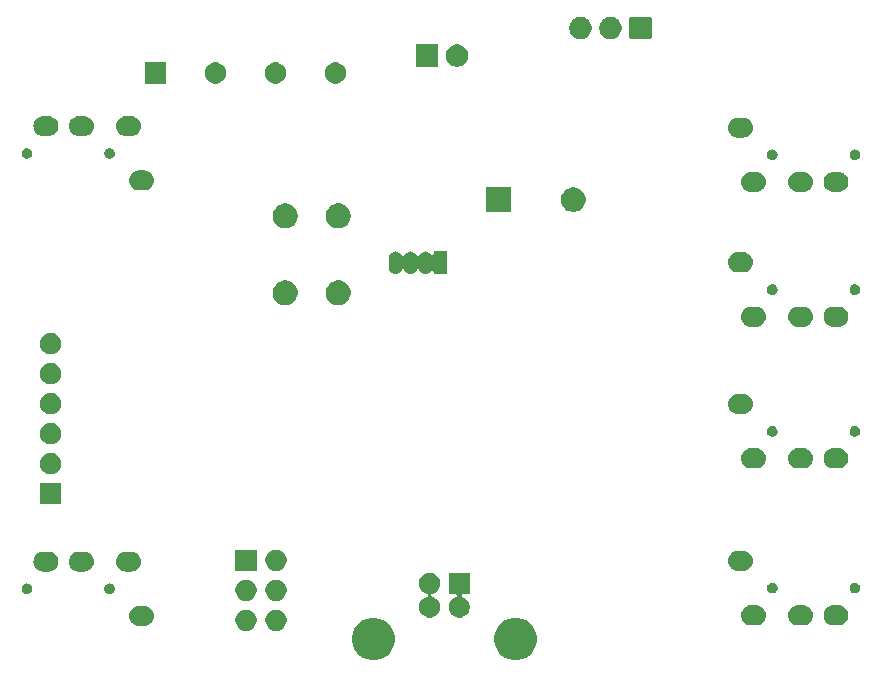
<source format=gts>
G04 #@! TF.GenerationSoftware,KiCad,Pcbnew,5.1.5-52549c5~86~ubuntu16.04.1*
G04 #@! TF.CreationDate,2020-04-28T17:17:38-04:00*
G04 #@! TF.ProjectId,atmega32u4_hub_pcb_2,61746d65-6761-4333-9275-345f6875625f,1.2*
G04 #@! TF.SameCoordinates,Original*
G04 #@! TF.FileFunction,Soldermask,Top*
G04 #@! TF.FilePolarity,Negative*
%FSLAX46Y46*%
G04 Gerber Fmt 4.6, Leading zero omitted, Abs format (unit mm)*
G04 Created by KiCad (PCBNEW 5.1.5-52549c5~86~ubuntu16.04.1) date 2020-04-28 17:17:38*
%MOMM*%
%LPD*%
G04 APERTURE LIST*
%ADD10C,0.100000*%
G04 APERTURE END LIST*
D10*
G36*
X139305331Y-123602811D02*
G01*
X139633092Y-123738574D01*
X139928070Y-123935672D01*
X140178928Y-124186530D01*
X140376026Y-124481508D01*
X140511789Y-124809269D01*
X140581000Y-125157216D01*
X140581000Y-125511984D01*
X140511789Y-125859931D01*
X140376026Y-126187692D01*
X140178928Y-126482670D01*
X139928070Y-126733528D01*
X139633092Y-126930626D01*
X139305331Y-127066389D01*
X138957384Y-127135600D01*
X138602616Y-127135600D01*
X138254669Y-127066389D01*
X137926908Y-126930626D01*
X137631930Y-126733528D01*
X137381072Y-126482670D01*
X137183974Y-126187692D01*
X137048211Y-125859931D01*
X136979000Y-125511984D01*
X136979000Y-125157216D01*
X137048211Y-124809269D01*
X137183974Y-124481508D01*
X137381072Y-124186530D01*
X137631930Y-123935672D01*
X137926908Y-123738574D01*
X138254669Y-123602811D01*
X138602616Y-123533600D01*
X138957384Y-123533600D01*
X139305331Y-123602811D01*
G37*
G36*
X151345331Y-123602811D02*
G01*
X151673092Y-123738574D01*
X151968070Y-123935672D01*
X152218928Y-124186530D01*
X152416026Y-124481508D01*
X152551789Y-124809269D01*
X152621000Y-125157216D01*
X152621000Y-125511984D01*
X152551789Y-125859931D01*
X152416026Y-126187692D01*
X152218928Y-126482670D01*
X151968070Y-126733528D01*
X151673092Y-126930626D01*
X151345331Y-127066389D01*
X150997384Y-127135600D01*
X150642616Y-127135600D01*
X150294669Y-127066389D01*
X149966908Y-126930626D01*
X149671930Y-126733528D01*
X149421072Y-126482670D01*
X149223974Y-126187692D01*
X149088211Y-125859931D01*
X149019000Y-125511984D01*
X149019000Y-125157216D01*
X149088211Y-124809269D01*
X149223974Y-124481508D01*
X149421072Y-124186530D01*
X149671930Y-123935672D01*
X149966908Y-123738574D01*
X150294669Y-123602811D01*
X150642616Y-123533600D01*
X150997384Y-123533600D01*
X151345331Y-123602811D01*
G37*
G36*
X130653512Y-122852727D02*
G01*
X130802812Y-122882424D01*
X130966784Y-122950344D01*
X131114354Y-123048947D01*
X131239853Y-123174446D01*
X131338456Y-123322016D01*
X131406376Y-123485988D01*
X131441000Y-123660059D01*
X131441000Y-123837541D01*
X131406376Y-124011612D01*
X131338456Y-124175584D01*
X131239853Y-124323154D01*
X131114354Y-124448653D01*
X130966784Y-124547256D01*
X130802812Y-124615176D01*
X130653512Y-124644873D01*
X130628742Y-124649800D01*
X130451258Y-124649800D01*
X130426488Y-124644873D01*
X130277188Y-124615176D01*
X130113216Y-124547256D01*
X129965646Y-124448653D01*
X129840147Y-124323154D01*
X129741544Y-124175584D01*
X129673624Y-124011612D01*
X129639000Y-123837541D01*
X129639000Y-123660059D01*
X129673624Y-123485988D01*
X129741544Y-123322016D01*
X129840147Y-123174446D01*
X129965646Y-123048947D01*
X130113216Y-122950344D01*
X130277188Y-122882424D01*
X130426488Y-122852727D01*
X130451258Y-122847800D01*
X130628742Y-122847800D01*
X130653512Y-122852727D01*
G37*
G36*
X128113512Y-122852727D02*
G01*
X128262812Y-122882424D01*
X128426784Y-122950344D01*
X128574354Y-123048947D01*
X128699853Y-123174446D01*
X128798456Y-123322016D01*
X128866376Y-123485988D01*
X128901000Y-123660059D01*
X128901000Y-123837541D01*
X128866376Y-124011612D01*
X128798456Y-124175584D01*
X128699853Y-124323154D01*
X128574354Y-124448653D01*
X128426784Y-124547256D01*
X128262812Y-124615176D01*
X128113512Y-124644873D01*
X128088742Y-124649800D01*
X127911258Y-124649800D01*
X127886488Y-124644873D01*
X127737188Y-124615176D01*
X127573216Y-124547256D01*
X127425646Y-124448653D01*
X127300147Y-124323154D01*
X127201544Y-124175584D01*
X127133624Y-124011612D01*
X127099000Y-123837541D01*
X127099000Y-123660059D01*
X127133624Y-123485988D01*
X127201544Y-123322016D01*
X127300147Y-123174446D01*
X127425646Y-123048947D01*
X127573216Y-122950344D01*
X127737188Y-122882424D01*
X127886488Y-122852727D01*
X127911258Y-122847800D01*
X128088742Y-122847800D01*
X128113512Y-122852727D01*
G37*
G36*
X119516823Y-122538413D02*
G01*
X119677242Y-122587076D01*
X119809906Y-122657986D01*
X119825078Y-122666096D01*
X119954659Y-122772441D01*
X120061004Y-122902022D01*
X120061005Y-122902024D01*
X120140024Y-123049858D01*
X120188687Y-123210277D01*
X120205117Y-123377100D01*
X120188687Y-123543923D01*
X120140024Y-123704342D01*
X120121726Y-123738575D01*
X120061004Y-123852178D01*
X119954659Y-123981759D01*
X119825078Y-124088104D01*
X119825076Y-124088105D01*
X119677242Y-124167124D01*
X119677239Y-124167125D01*
X119649360Y-124175582D01*
X119516823Y-124215787D01*
X119391804Y-124228100D01*
X118908196Y-124228100D01*
X118783177Y-124215787D01*
X118650640Y-124175582D01*
X118622761Y-124167125D01*
X118622758Y-124167124D01*
X118474924Y-124088105D01*
X118474922Y-124088104D01*
X118345341Y-123981759D01*
X118238996Y-123852178D01*
X118178274Y-123738575D01*
X118159976Y-123704342D01*
X118111313Y-123543923D01*
X118094883Y-123377100D01*
X118111313Y-123210277D01*
X118159976Y-123049858D01*
X118238995Y-122902024D01*
X118238996Y-122902022D01*
X118345341Y-122772441D01*
X118474922Y-122666096D01*
X118490094Y-122657986D01*
X118622758Y-122587076D01*
X118783177Y-122538413D01*
X118908196Y-122526100D01*
X119391804Y-122526100D01*
X119516823Y-122538413D01*
G37*
G36*
X178316823Y-122478313D02*
G01*
X178447380Y-122517917D01*
X178474355Y-122526100D01*
X178477242Y-122526976D01*
X178589679Y-122587075D01*
X178625078Y-122605996D01*
X178754659Y-122712341D01*
X178861004Y-122841922D01*
X178861005Y-122841924D01*
X178940024Y-122989758D01*
X178988687Y-123150177D01*
X179005117Y-123317000D01*
X178988687Y-123483823D01*
X178940024Y-123644242D01*
X178907901Y-123704339D01*
X178861004Y-123792078D01*
X178754659Y-123921659D01*
X178625078Y-124028004D01*
X178625076Y-124028005D01*
X178477242Y-124107024D01*
X178316823Y-124155687D01*
X178191804Y-124168000D01*
X177708196Y-124168000D01*
X177583177Y-124155687D01*
X177422758Y-124107024D01*
X177274924Y-124028005D01*
X177274922Y-124028004D01*
X177145341Y-123921659D01*
X177038996Y-123792078D01*
X176992099Y-123704339D01*
X176959976Y-123644242D01*
X176911313Y-123483823D01*
X176894883Y-123317000D01*
X176911313Y-123150177D01*
X176959976Y-122989758D01*
X177038995Y-122841924D01*
X177038996Y-122841922D01*
X177145341Y-122712341D01*
X177274922Y-122605996D01*
X177310321Y-122587075D01*
X177422758Y-122526976D01*
X177425646Y-122526100D01*
X177452620Y-122517917D01*
X177583177Y-122478313D01*
X177708196Y-122466000D01*
X178191804Y-122466000D01*
X178316823Y-122478313D01*
G37*
G36*
X175316823Y-122478313D02*
G01*
X175447380Y-122517917D01*
X175474355Y-122526100D01*
X175477242Y-122526976D01*
X175589679Y-122587075D01*
X175625078Y-122605996D01*
X175754659Y-122712341D01*
X175861004Y-122841922D01*
X175861005Y-122841924D01*
X175940024Y-122989758D01*
X175988687Y-123150177D01*
X176005117Y-123317000D01*
X175988687Y-123483823D01*
X175940024Y-123644242D01*
X175907901Y-123704339D01*
X175861004Y-123792078D01*
X175754659Y-123921659D01*
X175625078Y-124028004D01*
X175625076Y-124028005D01*
X175477242Y-124107024D01*
X175316823Y-124155687D01*
X175191804Y-124168000D01*
X174708196Y-124168000D01*
X174583177Y-124155687D01*
X174422758Y-124107024D01*
X174274924Y-124028005D01*
X174274922Y-124028004D01*
X174145341Y-123921659D01*
X174038996Y-123792078D01*
X173992099Y-123704339D01*
X173959976Y-123644242D01*
X173911313Y-123483823D01*
X173894883Y-123317000D01*
X173911313Y-123150177D01*
X173959976Y-122989758D01*
X174038995Y-122841924D01*
X174038996Y-122841922D01*
X174145341Y-122712341D01*
X174274922Y-122605996D01*
X174310321Y-122587075D01*
X174422758Y-122526976D01*
X174425646Y-122526100D01*
X174452620Y-122517917D01*
X174583177Y-122478313D01*
X174708196Y-122466000D01*
X175191804Y-122466000D01*
X175316823Y-122478313D01*
G37*
G36*
X171316823Y-122478313D02*
G01*
X171447380Y-122517917D01*
X171474355Y-122526100D01*
X171477242Y-122526976D01*
X171589679Y-122587075D01*
X171625078Y-122605996D01*
X171754659Y-122712341D01*
X171861004Y-122841922D01*
X171861005Y-122841924D01*
X171940024Y-122989758D01*
X171988687Y-123150177D01*
X172005117Y-123317000D01*
X171988687Y-123483823D01*
X171940024Y-123644242D01*
X171907901Y-123704339D01*
X171861004Y-123792078D01*
X171754659Y-123921659D01*
X171625078Y-124028004D01*
X171625076Y-124028005D01*
X171477242Y-124107024D01*
X171316823Y-124155687D01*
X171191804Y-124168000D01*
X170708196Y-124168000D01*
X170583177Y-124155687D01*
X170422758Y-124107024D01*
X170274924Y-124028005D01*
X170274922Y-124028004D01*
X170145341Y-123921659D01*
X170038996Y-123792078D01*
X169992099Y-123704339D01*
X169959976Y-123644242D01*
X169911313Y-123483823D01*
X169894883Y-123317000D01*
X169911313Y-123150177D01*
X169959976Y-122989758D01*
X170038995Y-122841924D01*
X170038996Y-122841922D01*
X170145341Y-122712341D01*
X170274922Y-122605996D01*
X170310321Y-122587075D01*
X170422758Y-122526976D01*
X170425646Y-122526100D01*
X170452620Y-122517917D01*
X170583177Y-122478313D01*
X170708196Y-122466000D01*
X171191804Y-122466000D01*
X171316823Y-122478313D01*
G37*
G36*
X146951000Y-121525600D02*
G01*
X146379617Y-121525600D01*
X146355231Y-121528002D01*
X146331782Y-121535115D01*
X146310171Y-121546666D01*
X146291229Y-121562211D01*
X146275684Y-121581153D01*
X146264133Y-121602764D01*
X146257020Y-121626213D01*
X146254618Y-121650599D01*
X146257020Y-121674985D01*
X146264133Y-121698434D01*
X146275684Y-121720045D01*
X146291229Y-121738987D01*
X146310171Y-121754532D01*
X146331771Y-121766077D01*
X146476784Y-121826144D01*
X146624354Y-121924747D01*
X146749853Y-122050246D01*
X146848456Y-122197816D01*
X146916376Y-122361788D01*
X146951000Y-122535859D01*
X146951000Y-122713341D01*
X146916376Y-122887412D01*
X146848456Y-123051384D01*
X146749853Y-123198954D01*
X146624354Y-123324453D01*
X146476784Y-123423056D01*
X146312812Y-123490976D01*
X146163512Y-123520673D01*
X146138742Y-123525600D01*
X145961258Y-123525600D01*
X145936488Y-123520673D01*
X145787188Y-123490976D01*
X145623216Y-123423056D01*
X145475646Y-123324453D01*
X145350147Y-123198954D01*
X145251544Y-123051384D01*
X145183624Y-122887412D01*
X145149000Y-122713341D01*
X145149000Y-122535859D01*
X145183624Y-122361788D01*
X145251544Y-122197816D01*
X145350147Y-122050246D01*
X145475646Y-121924747D01*
X145623216Y-121826144D01*
X145768229Y-121766077D01*
X145789829Y-121754532D01*
X145808771Y-121738987D01*
X145824316Y-121720045D01*
X145835867Y-121698434D01*
X145842980Y-121674985D01*
X145845382Y-121650599D01*
X145842980Y-121626213D01*
X145835867Y-121602764D01*
X145824316Y-121581153D01*
X145808771Y-121562211D01*
X145789829Y-121546666D01*
X145768218Y-121535115D01*
X145744769Y-121528002D01*
X145720383Y-121525600D01*
X145149000Y-121525600D01*
X145149000Y-119723600D01*
X146951000Y-119723600D01*
X146951000Y-121525600D01*
G37*
G36*
X143663512Y-119728527D02*
G01*
X143812812Y-119758224D01*
X143976784Y-119826144D01*
X144124354Y-119924747D01*
X144249853Y-120050246D01*
X144348456Y-120197816D01*
X144416376Y-120361788D01*
X144451000Y-120535859D01*
X144451000Y-120713341D01*
X144416376Y-120887412D01*
X144348456Y-121051384D01*
X144249853Y-121198954D01*
X144124354Y-121324453D01*
X143976784Y-121423056D01*
X143812812Y-121490976D01*
X143757362Y-121502005D01*
X143733922Y-121509116D01*
X143712311Y-121520667D01*
X143693369Y-121536213D01*
X143677824Y-121555155D01*
X143666273Y-121576765D01*
X143659160Y-121600214D01*
X143656758Y-121624600D01*
X143659160Y-121648987D01*
X143666273Y-121672435D01*
X143677824Y-121694046D01*
X143693370Y-121712988D01*
X143712312Y-121728533D01*
X143733922Y-121740084D01*
X143757362Y-121747195D01*
X143812812Y-121758224D01*
X143976784Y-121826144D01*
X144124354Y-121924747D01*
X144249853Y-122050246D01*
X144348456Y-122197816D01*
X144416376Y-122361788D01*
X144451000Y-122535859D01*
X144451000Y-122713341D01*
X144416376Y-122887412D01*
X144348456Y-123051384D01*
X144249853Y-123198954D01*
X144124354Y-123324453D01*
X143976784Y-123423056D01*
X143812812Y-123490976D01*
X143663512Y-123520673D01*
X143638742Y-123525600D01*
X143461258Y-123525600D01*
X143436488Y-123520673D01*
X143287188Y-123490976D01*
X143123216Y-123423056D01*
X142975646Y-123324453D01*
X142850147Y-123198954D01*
X142751544Y-123051384D01*
X142683624Y-122887412D01*
X142649000Y-122713341D01*
X142649000Y-122535859D01*
X142683624Y-122361788D01*
X142751544Y-122197816D01*
X142850147Y-122050246D01*
X142975646Y-121924747D01*
X143123216Y-121826144D01*
X143287188Y-121758224D01*
X143342638Y-121747195D01*
X143366078Y-121740084D01*
X143387689Y-121728533D01*
X143406631Y-121712987D01*
X143422176Y-121694045D01*
X143433727Y-121672435D01*
X143440840Y-121648986D01*
X143443242Y-121624600D01*
X143440840Y-121600213D01*
X143433727Y-121576765D01*
X143422176Y-121555154D01*
X143406630Y-121536212D01*
X143387688Y-121520667D01*
X143366078Y-121509116D01*
X143342638Y-121502005D01*
X143287188Y-121490976D01*
X143123216Y-121423056D01*
X142975646Y-121324453D01*
X142850147Y-121198954D01*
X142751544Y-121051384D01*
X142683624Y-120887412D01*
X142649000Y-120713341D01*
X142649000Y-120535859D01*
X142683624Y-120361788D01*
X142751544Y-120197816D01*
X142850147Y-120050246D01*
X142975646Y-119924747D01*
X143123216Y-119826144D01*
X143287188Y-119758224D01*
X143436488Y-119728527D01*
X143461258Y-119723600D01*
X143638742Y-119723600D01*
X143663512Y-119728527D01*
G37*
G36*
X128113512Y-120312727D02*
G01*
X128262812Y-120342424D01*
X128426784Y-120410344D01*
X128574354Y-120508947D01*
X128699853Y-120634446D01*
X128798456Y-120782016D01*
X128866376Y-120945988D01*
X128901000Y-121120059D01*
X128901000Y-121297541D01*
X128866376Y-121471612D01*
X128798456Y-121635584D01*
X128699853Y-121783154D01*
X128574354Y-121908653D01*
X128426784Y-122007256D01*
X128262812Y-122075176D01*
X128113512Y-122104873D01*
X128088742Y-122109800D01*
X127911258Y-122109800D01*
X127886488Y-122104873D01*
X127737188Y-122075176D01*
X127573216Y-122007256D01*
X127425646Y-121908653D01*
X127300147Y-121783154D01*
X127201544Y-121635584D01*
X127133624Y-121471612D01*
X127099000Y-121297541D01*
X127099000Y-121120059D01*
X127133624Y-120945988D01*
X127201544Y-120782016D01*
X127300147Y-120634446D01*
X127425646Y-120508947D01*
X127573216Y-120410344D01*
X127737188Y-120342424D01*
X127886488Y-120312727D01*
X127911258Y-120307800D01*
X128088742Y-120307800D01*
X128113512Y-120312727D01*
G37*
G36*
X130653512Y-120312727D02*
G01*
X130802812Y-120342424D01*
X130966784Y-120410344D01*
X131114354Y-120508947D01*
X131239853Y-120634446D01*
X131338456Y-120782016D01*
X131406376Y-120945988D01*
X131441000Y-121120059D01*
X131441000Y-121297541D01*
X131406376Y-121471612D01*
X131338456Y-121635584D01*
X131239853Y-121783154D01*
X131114354Y-121908653D01*
X130966784Y-122007256D01*
X130802812Y-122075176D01*
X130653512Y-122104873D01*
X130628742Y-122109800D01*
X130451258Y-122109800D01*
X130426488Y-122104873D01*
X130277188Y-122075176D01*
X130113216Y-122007256D01*
X129965646Y-121908653D01*
X129840147Y-121783154D01*
X129741544Y-121635584D01*
X129673624Y-121471612D01*
X129639000Y-121297541D01*
X129639000Y-121120059D01*
X129673624Y-120945988D01*
X129741544Y-120782016D01*
X129840147Y-120634446D01*
X129965646Y-120508947D01*
X130113216Y-120410344D01*
X130277188Y-120342424D01*
X130426488Y-120312727D01*
X130451258Y-120307800D01*
X130628742Y-120307800D01*
X130653512Y-120312727D01*
G37*
G36*
X109581552Y-120643431D02*
G01*
X109663627Y-120677428D01*
X109663629Y-120677429D01*
X109700813Y-120702275D01*
X109737495Y-120726785D01*
X109800315Y-120789605D01*
X109849672Y-120863473D01*
X109883669Y-120945548D01*
X109901000Y-121032679D01*
X109901000Y-121121521D01*
X109883669Y-121208652D01*
X109849672Y-121290727D01*
X109849671Y-121290729D01*
X109800314Y-121364596D01*
X109737496Y-121427414D01*
X109663629Y-121476771D01*
X109663628Y-121476772D01*
X109663627Y-121476772D01*
X109581552Y-121510769D01*
X109494421Y-121528100D01*
X109405579Y-121528100D01*
X109318448Y-121510769D01*
X109236373Y-121476772D01*
X109236372Y-121476772D01*
X109236371Y-121476771D01*
X109162504Y-121427414D01*
X109099686Y-121364596D01*
X109050329Y-121290729D01*
X109050328Y-121290727D01*
X109016331Y-121208652D01*
X108999000Y-121121521D01*
X108999000Y-121032679D01*
X109016331Y-120945548D01*
X109050328Y-120863473D01*
X109099685Y-120789605D01*
X109162505Y-120726785D01*
X109199187Y-120702275D01*
X109236371Y-120677429D01*
X109236373Y-120677428D01*
X109318448Y-120643431D01*
X109405579Y-120626100D01*
X109494421Y-120626100D01*
X109581552Y-120643431D01*
G37*
G36*
X116581552Y-120643431D02*
G01*
X116663627Y-120677428D01*
X116663629Y-120677429D01*
X116700813Y-120702275D01*
X116737495Y-120726785D01*
X116800315Y-120789605D01*
X116849672Y-120863473D01*
X116883669Y-120945548D01*
X116901000Y-121032679D01*
X116901000Y-121121521D01*
X116883669Y-121208652D01*
X116849672Y-121290727D01*
X116849671Y-121290729D01*
X116800314Y-121364596D01*
X116737496Y-121427414D01*
X116663629Y-121476771D01*
X116663628Y-121476772D01*
X116663627Y-121476772D01*
X116581552Y-121510769D01*
X116494421Y-121528100D01*
X116405579Y-121528100D01*
X116318448Y-121510769D01*
X116236373Y-121476772D01*
X116236372Y-121476772D01*
X116236371Y-121476771D01*
X116162504Y-121427414D01*
X116099686Y-121364596D01*
X116050329Y-121290729D01*
X116050328Y-121290727D01*
X116016331Y-121208652D01*
X115999000Y-121121521D01*
X115999000Y-121032679D01*
X116016331Y-120945548D01*
X116050328Y-120863473D01*
X116099685Y-120789605D01*
X116162505Y-120726785D01*
X116199187Y-120702275D01*
X116236371Y-120677429D01*
X116236373Y-120677428D01*
X116318448Y-120643431D01*
X116405579Y-120626100D01*
X116494421Y-120626100D01*
X116581552Y-120643431D01*
G37*
G36*
X172681552Y-120583331D02*
G01*
X172763627Y-120617328D01*
X172763629Y-120617329D01*
X172800813Y-120642175D01*
X172837495Y-120666685D01*
X172900315Y-120729505D01*
X172949672Y-120803373D01*
X172983669Y-120885448D01*
X173001000Y-120972579D01*
X173001000Y-121061421D01*
X172983669Y-121148552D01*
X172949672Y-121230627D01*
X172904962Y-121297541D01*
X172900314Y-121304496D01*
X172837496Y-121367314D01*
X172763629Y-121416671D01*
X172763628Y-121416672D01*
X172763627Y-121416672D01*
X172681552Y-121450669D01*
X172594421Y-121468000D01*
X172505579Y-121468000D01*
X172418448Y-121450669D01*
X172336373Y-121416672D01*
X172336372Y-121416672D01*
X172336371Y-121416671D01*
X172262504Y-121367314D01*
X172199686Y-121304496D01*
X172195039Y-121297541D01*
X172150328Y-121230627D01*
X172116331Y-121148552D01*
X172099000Y-121061421D01*
X172099000Y-120972579D01*
X172116331Y-120885448D01*
X172150328Y-120803373D01*
X172199685Y-120729505D01*
X172262505Y-120666685D01*
X172299187Y-120642175D01*
X172336371Y-120617329D01*
X172336373Y-120617328D01*
X172418448Y-120583331D01*
X172505579Y-120566000D01*
X172594421Y-120566000D01*
X172681552Y-120583331D01*
G37*
G36*
X179681552Y-120583331D02*
G01*
X179763627Y-120617328D01*
X179763629Y-120617329D01*
X179800813Y-120642175D01*
X179837495Y-120666685D01*
X179900315Y-120729505D01*
X179949672Y-120803373D01*
X179983669Y-120885448D01*
X180001000Y-120972579D01*
X180001000Y-121061421D01*
X179983669Y-121148552D01*
X179949672Y-121230627D01*
X179904962Y-121297541D01*
X179900314Y-121304496D01*
X179837496Y-121367314D01*
X179763629Y-121416671D01*
X179763628Y-121416672D01*
X179763627Y-121416672D01*
X179681552Y-121450669D01*
X179594421Y-121468000D01*
X179505579Y-121468000D01*
X179418448Y-121450669D01*
X179336373Y-121416672D01*
X179336372Y-121416672D01*
X179336371Y-121416671D01*
X179262504Y-121367314D01*
X179199686Y-121304496D01*
X179195039Y-121297541D01*
X179150328Y-121230627D01*
X179116331Y-121148552D01*
X179099000Y-121061421D01*
X179099000Y-120972579D01*
X179116331Y-120885448D01*
X179150328Y-120803373D01*
X179199685Y-120729505D01*
X179262505Y-120666685D01*
X179299187Y-120642175D01*
X179336371Y-120617329D01*
X179336373Y-120617328D01*
X179418448Y-120583331D01*
X179505579Y-120566000D01*
X179594421Y-120566000D01*
X179681552Y-120583331D01*
G37*
G36*
X118416823Y-117938413D02*
G01*
X118577242Y-117987076D01*
X118709906Y-118057986D01*
X118725078Y-118066096D01*
X118854659Y-118172441D01*
X118961004Y-118302022D01*
X118961005Y-118302024D01*
X119040024Y-118449858D01*
X119088687Y-118610277D01*
X119105117Y-118777100D01*
X119088687Y-118943923D01*
X119040024Y-119104342D01*
X118993129Y-119192076D01*
X118961004Y-119252178D01*
X118854659Y-119381759D01*
X118725078Y-119488104D01*
X118725076Y-119488105D01*
X118577242Y-119567124D01*
X118577239Y-119567125D01*
X118547380Y-119576183D01*
X118416823Y-119615787D01*
X118291804Y-119628100D01*
X117808196Y-119628100D01*
X117683177Y-119615787D01*
X117552620Y-119576183D01*
X117522761Y-119567125D01*
X117522758Y-119567124D01*
X117374924Y-119488105D01*
X117374922Y-119488104D01*
X117245341Y-119381759D01*
X117138996Y-119252178D01*
X117106871Y-119192076D01*
X117059976Y-119104342D01*
X117011313Y-118943923D01*
X116994883Y-118777100D01*
X117011313Y-118610277D01*
X117059976Y-118449858D01*
X117138995Y-118302024D01*
X117138996Y-118302022D01*
X117245341Y-118172441D01*
X117374922Y-118066096D01*
X117390094Y-118057986D01*
X117522758Y-117987076D01*
X117683177Y-117938413D01*
X117808196Y-117926100D01*
X118291804Y-117926100D01*
X118416823Y-117938413D01*
G37*
G36*
X114416823Y-117938413D02*
G01*
X114577242Y-117987076D01*
X114709906Y-118057986D01*
X114725078Y-118066096D01*
X114854659Y-118172441D01*
X114961004Y-118302022D01*
X114961005Y-118302024D01*
X115040024Y-118449858D01*
X115088687Y-118610277D01*
X115105117Y-118777100D01*
X115088687Y-118943923D01*
X115040024Y-119104342D01*
X114993129Y-119192076D01*
X114961004Y-119252178D01*
X114854659Y-119381759D01*
X114725078Y-119488104D01*
X114725076Y-119488105D01*
X114577242Y-119567124D01*
X114577239Y-119567125D01*
X114547380Y-119576183D01*
X114416823Y-119615787D01*
X114291804Y-119628100D01*
X113808196Y-119628100D01*
X113683177Y-119615787D01*
X113552620Y-119576183D01*
X113522761Y-119567125D01*
X113522758Y-119567124D01*
X113374924Y-119488105D01*
X113374922Y-119488104D01*
X113245341Y-119381759D01*
X113138996Y-119252178D01*
X113106871Y-119192076D01*
X113059976Y-119104342D01*
X113011313Y-118943923D01*
X112994883Y-118777100D01*
X113011313Y-118610277D01*
X113059976Y-118449858D01*
X113138995Y-118302024D01*
X113138996Y-118302022D01*
X113245341Y-118172441D01*
X113374922Y-118066096D01*
X113390094Y-118057986D01*
X113522758Y-117987076D01*
X113683177Y-117938413D01*
X113808196Y-117926100D01*
X114291804Y-117926100D01*
X114416823Y-117938413D01*
G37*
G36*
X111416823Y-117938413D02*
G01*
X111577242Y-117987076D01*
X111709906Y-118057986D01*
X111725078Y-118066096D01*
X111854659Y-118172441D01*
X111961004Y-118302022D01*
X111961005Y-118302024D01*
X112040024Y-118449858D01*
X112088687Y-118610277D01*
X112105117Y-118777100D01*
X112088687Y-118943923D01*
X112040024Y-119104342D01*
X111993129Y-119192076D01*
X111961004Y-119252178D01*
X111854659Y-119381759D01*
X111725078Y-119488104D01*
X111725076Y-119488105D01*
X111577242Y-119567124D01*
X111577239Y-119567125D01*
X111547380Y-119576183D01*
X111416823Y-119615787D01*
X111291804Y-119628100D01*
X110808196Y-119628100D01*
X110683177Y-119615787D01*
X110552620Y-119576183D01*
X110522761Y-119567125D01*
X110522758Y-119567124D01*
X110374924Y-119488105D01*
X110374922Y-119488104D01*
X110245341Y-119381759D01*
X110138996Y-119252178D01*
X110106871Y-119192076D01*
X110059976Y-119104342D01*
X110011313Y-118943923D01*
X109994883Y-118777100D01*
X110011313Y-118610277D01*
X110059976Y-118449858D01*
X110138995Y-118302024D01*
X110138996Y-118302022D01*
X110245341Y-118172441D01*
X110374922Y-118066096D01*
X110390094Y-118057986D01*
X110522758Y-117987076D01*
X110683177Y-117938413D01*
X110808196Y-117926100D01*
X111291804Y-117926100D01*
X111416823Y-117938413D01*
G37*
G36*
X130653512Y-117772727D02*
G01*
X130802812Y-117802424D01*
X130966784Y-117870344D01*
X131114354Y-117968947D01*
X131239853Y-118094446D01*
X131338456Y-118242016D01*
X131406376Y-118405988D01*
X131441000Y-118580059D01*
X131441000Y-118757541D01*
X131406376Y-118931612D01*
X131338456Y-119095584D01*
X131239853Y-119243154D01*
X131114354Y-119368653D01*
X130966784Y-119467256D01*
X130802812Y-119535176D01*
X130653512Y-119564873D01*
X130628742Y-119569800D01*
X130451258Y-119569800D01*
X130426488Y-119564873D01*
X130277188Y-119535176D01*
X130113216Y-119467256D01*
X129965646Y-119368653D01*
X129840147Y-119243154D01*
X129741544Y-119095584D01*
X129673624Y-118931612D01*
X129639000Y-118757541D01*
X129639000Y-118580059D01*
X129673624Y-118405988D01*
X129741544Y-118242016D01*
X129840147Y-118094446D01*
X129965646Y-117968947D01*
X130113216Y-117870344D01*
X130277188Y-117802424D01*
X130426488Y-117772727D01*
X130451258Y-117767800D01*
X130628742Y-117767800D01*
X130653512Y-117772727D01*
G37*
G36*
X128901000Y-119569800D02*
G01*
X127099000Y-119569800D01*
X127099000Y-117767800D01*
X128901000Y-117767800D01*
X128901000Y-119569800D01*
G37*
G36*
X170216823Y-117878313D02*
G01*
X170347380Y-117917917D01*
X170374355Y-117926100D01*
X170377242Y-117926976D01*
X170455764Y-117968947D01*
X170525078Y-118005996D01*
X170654659Y-118112341D01*
X170761004Y-118241922D01*
X170761005Y-118241924D01*
X170840024Y-118389758D01*
X170888687Y-118550177D01*
X170905117Y-118717000D01*
X170888687Y-118883823D01*
X170840024Y-119044242D01*
X170812582Y-119095582D01*
X170761004Y-119192078D01*
X170654659Y-119321659D01*
X170525078Y-119428004D01*
X170525076Y-119428005D01*
X170377242Y-119507024D01*
X170216823Y-119555687D01*
X170091804Y-119568000D01*
X169608196Y-119568000D01*
X169483177Y-119555687D01*
X169322758Y-119507024D01*
X169174924Y-119428005D01*
X169174922Y-119428004D01*
X169045341Y-119321659D01*
X168938996Y-119192078D01*
X168887418Y-119095582D01*
X168859976Y-119044242D01*
X168811313Y-118883823D01*
X168794883Y-118717000D01*
X168811313Y-118550177D01*
X168859976Y-118389758D01*
X168938995Y-118241924D01*
X168938996Y-118241922D01*
X169045341Y-118112341D01*
X169174922Y-118005996D01*
X169244236Y-117968947D01*
X169322758Y-117926976D01*
X169325646Y-117926100D01*
X169352620Y-117917917D01*
X169483177Y-117878313D01*
X169608196Y-117866000D01*
X170091804Y-117866000D01*
X170216823Y-117878313D01*
G37*
G36*
X112356200Y-113931000D02*
G01*
X110554200Y-113931000D01*
X110554200Y-112129000D01*
X112356200Y-112129000D01*
X112356200Y-113931000D01*
G37*
G36*
X111568712Y-109593927D02*
G01*
X111718012Y-109623624D01*
X111881984Y-109691544D01*
X112029554Y-109790147D01*
X112155053Y-109915646D01*
X112253656Y-110063216D01*
X112321576Y-110227188D01*
X112356200Y-110401259D01*
X112356200Y-110578741D01*
X112321576Y-110752812D01*
X112253656Y-110916784D01*
X112155053Y-111064354D01*
X112029554Y-111189853D01*
X111881984Y-111288456D01*
X111718012Y-111356376D01*
X111568712Y-111386073D01*
X111543942Y-111391000D01*
X111366458Y-111391000D01*
X111341688Y-111386073D01*
X111192388Y-111356376D01*
X111028416Y-111288456D01*
X110880846Y-111189853D01*
X110755347Y-111064354D01*
X110656744Y-110916784D01*
X110588824Y-110752812D01*
X110554200Y-110578741D01*
X110554200Y-110401259D01*
X110588824Y-110227188D01*
X110656744Y-110063216D01*
X110755347Y-109915646D01*
X110880846Y-109790147D01*
X111028416Y-109691544D01*
X111192388Y-109623624D01*
X111341688Y-109593927D01*
X111366458Y-109589000D01*
X111543942Y-109589000D01*
X111568712Y-109593927D01*
G37*
G36*
X171316823Y-109200113D02*
G01*
X171477242Y-109248776D01*
X171609906Y-109319686D01*
X171625078Y-109327796D01*
X171754659Y-109434141D01*
X171861004Y-109563722D01*
X171861005Y-109563724D01*
X171940024Y-109711558D01*
X171988687Y-109871977D01*
X172005117Y-110038800D01*
X171988687Y-110205623D01*
X171940024Y-110366042D01*
X171921200Y-110401259D01*
X171861004Y-110513878D01*
X171754659Y-110643459D01*
X171625078Y-110749804D01*
X171625076Y-110749805D01*
X171477242Y-110828824D01*
X171316823Y-110877487D01*
X171191804Y-110889800D01*
X170708196Y-110889800D01*
X170583177Y-110877487D01*
X170422758Y-110828824D01*
X170274924Y-110749805D01*
X170274922Y-110749804D01*
X170145341Y-110643459D01*
X170038996Y-110513878D01*
X169978800Y-110401259D01*
X169959976Y-110366042D01*
X169911313Y-110205623D01*
X169894883Y-110038800D01*
X169911313Y-109871977D01*
X169959976Y-109711558D01*
X170038995Y-109563724D01*
X170038996Y-109563722D01*
X170145341Y-109434141D01*
X170274922Y-109327796D01*
X170290094Y-109319686D01*
X170422758Y-109248776D01*
X170583177Y-109200113D01*
X170708196Y-109187800D01*
X171191804Y-109187800D01*
X171316823Y-109200113D01*
G37*
G36*
X178316823Y-109200113D02*
G01*
X178477242Y-109248776D01*
X178609906Y-109319686D01*
X178625078Y-109327796D01*
X178754659Y-109434141D01*
X178861004Y-109563722D01*
X178861005Y-109563724D01*
X178940024Y-109711558D01*
X178988687Y-109871977D01*
X179005117Y-110038800D01*
X178988687Y-110205623D01*
X178940024Y-110366042D01*
X178921200Y-110401259D01*
X178861004Y-110513878D01*
X178754659Y-110643459D01*
X178625078Y-110749804D01*
X178625076Y-110749805D01*
X178477242Y-110828824D01*
X178316823Y-110877487D01*
X178191804Y-110889800D01*
X177708196Y-110889800D01*
X177583177Y-110877487D01*
X177422758Y-110828824D01*
X177274924Y-110749805D01*
X177274922Y-110749804D01*
X177145341Y-110643459D01*
X177038996Y-110513878D01*
X176978800Y-110401259D01*
X176959976Y-110366042D01*
X176911313Y-110205623D01*
X176894883Y-110038800D01*
X176911313Y-109871977D01*
X176959976Y-109711558D01*
X177038995Y-109563724D01*
X177038996Y-109563722D01*
X177145341Y-109434141D01*
X177274922Y-109327796D01*
X177290094Y-109319686D01*
X177422758Y-109248776D01*
X177583177Y-109200113D01*
X177708196Y-109187800D01*
X178191804Y-109187800D01*
X178316823Y-109200113D01*
G37*
G36*
X175316823Y-109200113D02*
G01*
X175477242Y-109248776D01*
X175609906Y-109319686D01*
X175625078Y-109327796D01*
X175754659Y-109434141D01*
X175861004Y-109563722D01*
X175861005Y-109563724D01*
X175940024Y-109711558D01*
X175988687Y-109871977D01*
X176005117Y-110038800D01*
X175988687Y-110205623D01*
X175940024Y-110366042D01*
X175921200Y-110401259D01*
X175861004Y-110513878D01*
X175754659Y-110643459D01*
X175625078Y-110749804D01*
X175625076Y-110749805D01*
X175477242Y-110828824D01*
X175316823Y-110877487D01*
X175191804Y-110889800D01*
X174708196Y-110889800D01*
X174583177Y-110877487D01*
X174422758Y-110828824D01*
X174274924Y-110749805D01*
X174274922Y-110749804D01*
X174145341Y-110643459D01*
X174038996Y-110513878D01*
X173978800Y-110401259D01*
X173959976Y-110366042D01*
X173911313Y-110205623D01*
X173894883Y-110038800D01*
X173911313Y-109871977D01*
X173959976Y-109711558D01*
X174038995Y-109563724D01*
X174038996Y-109563722D01*
X174145341Y-109434141D01*
X174274922Y-109327796D01*
X174290094Y-109319686D01*
X174422758Y-109248776D01*
X174583177Y-109200113D01*
X174708196Y-109187800D01*
X175191804Y-109187800D01*
X175316823Y-109200113D01*
G37*
G36*
X111568712Y-107053927D02*
G01*
X111718012Y-107083624D01*
X111881984Y-107151544D01*
X112029554Y-107250147D01*
X112155053Y-107375646D01*
X112253656Y-107523216D01*
X112321576Y-107687188D01*
X112356200Y-107861259D01*
X112356200Y-108038741D01*
X112321576Y-108212812D01*
X112253656Y-108376784D01*
X112155053Y-108524354D01*
X112029554Y-108649853D01*
X111881984Y-108748456D01*
X111718012Y-108816376D01*
X111568712Y-108846073D01*
X111543942Y-108851000D01*
X111366458Y-108851000D01*
X111341688Y-108846073D01*
X111192388Y-108816376D01*
X111028416Y-108748456D01*
X110880846Y-108649853D01*
X110755347Y-108524354D01*
X110656744Y-108376784D01*
X110588824Y-108212812D01*
X110554200Y-108038741D01*
X110554200Y-107861259D01*
X110588824Y-107687188D01*
X110656744Y-107523216D01*
X110755347Y-107375646D01*
X110880846Y-107250147D01*
X111028416Y-107151544D01*
X111192388Y-107083624D01*
X111341688Y-107053927D01*
X111366458Y-107049000D01*
X111543942Y-107049000D01*
X111568712Y-107053927D01*
G37*
G36*
X179681552Y-107305131D02*
G01*
X179763627Y-107339128D01*
X179763629Y-107339129D01*
X179800813Y-107363975D01*
X179818282Y-107375647D01*
X179837496Y-107388486D01*
X179900314Y-107451304D01*
X179948365Y-107523216D01*
X179949672Y-107525173D01*
X179983669Y-107607248D01*
X180001000Y-107694379D01*
X180001000Y-107783221D01*
X179983669Y-107870352D01*
X179949672Y-107952427D01*
X179949671Y-107952429D01*
X179900314Y-108026296D01*
X179837496Y-108089114D01*
X179763629Y-108138471D01*
X179763628Y-108138472D01*
X179763627Y-108138472D01*
X179681552Y-108172469D01*
X179594421Y-108189800D01*
X179505579Y-108189800D01*
X179418448Y-108172469D01*
X179336373Y-108138472D01*
X179336372Y-108138472D01*
X179336371Y-108138471D01*
X179262504Y-108089114D01*
X179199686Y-108026296D01*
X179150329Y-107952429D01*
X179150328Y-107952427D01*
X179116331Y-107870352D01*
X179099000Y-107783221D01*
X179099000Y-107694379D01*
X179116331Y-107607248D01*
X179150328Y-107525173D01*
X179151636Y-107523216D01*
X179199686Y-107451304D01*
X179262504Y-107388486D01*
X179281719Y-107375647D01*
X179299187Y-107363975D01*
X179336371Y-107339129D01*
X179336373Y-107339128D01*
X179418448Y-107305131D01*
X179505579Y-107287800D01*
X179594421Y-107287800D01*
X179681552Y-107305131D01*
G37*
G36*
X172681552Y-107305131D02*
G01*
X172763627Y-107339128D01*
X172763629Y-107339129D01*
X172800813Y-107363975D01*
X172818282Y-107375647D01*
X172837496Y-107388486D01*
X172900314Y-107451304D01*
X172948365Y-107523216D01*
X172949672Y-107525173D01*
X172983669Y-107607248D01*
X173001000Y-107694379D01*
X173001000Y-107783221D01*
X172983669Y-107870352D01*
X172949672Y-107952427D01*
X172949671Y-107952429D01*
X172900314Y-108026296D01*
X172837496Y-108089114D01*
X172763629Y-108138471D01*
X172763628Y-108138472D01*
X172763627Y-108138472D01*
X172681552Y-108172469D01*
X172594421Y-108189800D01*
X172505579Y-108189800D01*
X172418448Y-108172469D01*
X172336373Y-108138472D01*
X172336372Y-108138472D01*
X172336371Y-108138471D01*
X172262504Y-108089114D01*
X172199686Y-108026296D01*
X172150329Y-107952429D01*
X172150328Y-107952427D01*
X172116331Y-107870352D01*
X172099000Y-107783221D01*
X172099000Y-107694379D01*
X172116331Y-107607248D01*
X172150328Y-107525173D01*
X172151636Y-107523216D01*
X172199686Y-107451304D01*
X172262504Y-107388486D01*
X172281719Y-107375647D01*
X172299187Y-107363975D01*
X172336371Y-107339129D01*
X172336373Y-107339128D01*
X172418448Y-107305131D01*
X172505579Y-107287800D01*
X172594421Y-107287800D01*
X172681552Y-107305131D01*
G37*
G36*
X111568712Y-104513927D02*
G01*
X111718012Y-104543624D01*
X111881984Y-104611544D01*
X112029554Y-104710147D01*
X112155053Y-104835646D01*
X112253656Y-104983216D01*
X112321576Y-105147188D01*
X112356200Y-105321259D01*
X112356200Y-105498741D01*
X112321576Y-105672812D01*
X112253656Y-105836784D01*
X112155053Y-105984354D01*
X112029554Y-106109853D01*
X111881984Y-106208456D01*
X111718012Y-106276376D01*
X111568712Y-106306073D01*
X111543942Y-106311000D01*
X111366458Y-106311000D01*
X111341688Y-106306073D01*
X111192388Y-106276376D01*
X111028416Y-106208456D01*
X110880846Y-106109853D01*
X110755347Y-105984354D01*
X110656744Y-105836784D01*
X110588824Y-105672812D01*
X110554200Y-105498741D01*
X110554200Y-105321259D01*
X110588824Y-105147188D01*
X110656744Y-104983216D01*
X110755347Y-104835646D01*
X110880846Y-104710147D01*
X111028416Y-104611544D01*
X111192388Y-104543624D01*
X111341688Y-104513927D01*
X111366458Y-104509000D01*
X111543942Y-104509000D01*
X111568712Y-104513927D01*
G37*
G36*
X170216823Y-104600113D02*
G01*
X170377242Y-104648776D01*
X170492059Y-104710147D01*
X170525078Y-104727796D01*
X170654659Y-104834141D01*
X170761004Y-104963722D01*
X170761005Y-104963724D01*
X170840024Y-105111558D01*
X170888687Y-105271977D01*
X170905117Y-105438800D01*
X170888687Y-105605623D01*
X170840024Y-105766042D01*
X170769114Y-105898706D01*
X170761004Y-105913878D01*
X170654659Y-106043459D01*
X170525078Y-106149804D01*
X170525076Y-106149805D01*
X170377242Y-106228824D01*
X170216823Y-106277487D01*
X170091804Y-106289800D01*
X169608196Y-106289800D01*
X169483177Y-106277487D01*
X169322758Y-106228824D01*
X169174924Y-106149805D01*
X169174922Y-106149804D01*
X169045341Y-106043459D01*
X168938996Y-105913878D01*
X168930886Y-105898706D01*
X168859976Y-105766042D01*
X168811313Y-105605623D01*
X168794883Y-105438800D01*
X168811313Y-105271977D01*
X168859976Y-105111558D01*
X168938995Y-104963724D01*
X168938996Y-104963722D01*
X169045341Y-104834141D01*
X169174922Y-104727796D01*
X169207941Y-104710147D01*
X169322758Y-104648776D01*
X169483177Y-104600113D01*
X169608196Y-104587800D01*
X170091804Y-104587800D01*
X170216823Y-104600113D01*
G37*
G36*
X111568712Y-101973927D02*
G01*
X111718012Y-102003624D01*
X111881984Y-102071544D01*
X112029554Y-102170147D01*
X112155053Y-102295646D01*
X112253656Y-102443216D01*
X112321576Y-102607188D01*
X112356200Y-102781259D01*
X112356200Y-102958741D01*
X112321576Y-103132812D01*
X112253656Y-103296784D01*
X112155053Y-103444354D01*
X112029554Y-103569853D01*
X111881984Y-103668456D01*
X111718012Y-103736376D01*
X111568712Y-103766073D01*
X111543942Y-103771000D01*
X111366458Y-103771000D01*
X111341688Y-103766073D01*
X111192388Y-103736376D01*
X111028416Y-103668456D01*
X110880846Y-103569853D01*
X110755347Y-103444354D01*
X110656744Y-103296784D01*
X110588824Y-103132812D01*
X110554200Y-102958741D01*
X110554200Y-102781259D01*
X110588824Y-102607188D01*
X110656744Y-102443216D01*
X110755347Y-102295646D01*
X110880846Y-102170147D01*
X111028416Y-102071544D01*
X111192388Y-102003624D01*
X111341688Y-101973927D01*
X111366458Y-101969000D01*
X111543942Y-101969000D01*
X111568712Y-101973927D01*
G37*
G36*
X111568712Y-99433927D02*
G01*
X111718012Y-99463624D01*
X111881984Y-99531544D01*
X112029554Y-99630147D01*
X112155053Y-99755646D01*
X112253656Y-99903216D01*
X112321576Y-100067188D01*
X112356200Y-100241259D01*
X112356200Y-100418741D01*
X112321576Y-100592812D01*
X112253656Y-100756784D01*
X112155053Y-100904354D01*
X112029554Y-101029853D01*
X111881984Y-101128456D01*
X111718012Y-101196376D01*
X111568712Y-101226073D01*
X111543942Y-101231000D01*
X111366458Y-101231000D01*
X111341688Y-101226073D01*
X111192388Y-101196376D01*
X111028416Y-101128456D01*
X110880846Y-101029853D01*
X110755347Y-100904354D01*
X110656744Y-100756784D01*
X110588824Y-100592812D01*
X110554200Y-100418741D01*
X110554200Y-100241259D01*
X110588824Y-100067188D01*
X110656744Y-99903216D01*
X110755347Y-99755646D01*
X110880846Y-99630147D01*
X111028416Y-99531544D01*
X111192388Y-99463624D01*
X111341688Y-99433927D01*
X111366458Y-99429000D01*
X111543942Y-99429000D01*
X111568712Y-99433927D01*
G37*
G36*
X178316823Y-97198613D02*
G01*
X178477242Y-97247276D01*
X178609906Y-97318186D01*
X178625078Y-97326296D01*
X178754659Y-97432641D01*
X178861004Y-97562222D01*
X178861005Y-97562224D01*
X178940024Y-97710058D01*
X178988687Y-97870477D01*
X179005117Y-98037300D01*
X178988687Y-98204123D01*
X178940024Y-98364542D01*
X178869114Y-98497206D01*
X178861004Y-98512378D01*
X178754659Y-98641959D01*
X178625078Y-98748304D01*
X178625076Y-98748305D01*
X178477242Y-98827324D01*
X178316823Y-98875987D01*
X178191804Y-98888300D01*
X177708196Y-98888300D01*
X177583177Y-98875987D01*
X177422758Y-98827324D01*
X177274924Y-98748305D01*
X177274922Y-98748304D01*
X177145341Y-98641959D01*
X177038996Y-98512378D01*
X177030886Y-98497206D01*
X176959976Y-98364542D01*
X176911313Y-98204123D01*
X176894883Y-98037300D01*
X176911313Y-97870477D01*
X176959976Y-97710058D01*
X177038995Y-97562224D01*
X177038996Y-97562222D01*
X177145341Y-97432641D01*
X177274922Y-97326296D01*
X177290094Y-97318186D01*
X177422758Y-97247276D01*
X177583177Y-97198613D01*
X177708196Y-97186300D01*
X178191804Y-97186300D01*
X178316823Y-97198613D01*
G37*
G36*
X171316823Y-97198613D02*
G01*
X171477242Y-97247276D01*
X171609906Y-97318186D01*
X171625078Y-97326296D01*
X171754659Y-97432641D01*
X171861004Y-97562222D01*
X171861005Y-97562224D01*
X171940024Y-97710058D01*
X171988687Y-97870477D01*
X172005117Y-98037300D01*
X171988687Y-98204123D01*
X171940024Y-98364542D01*
X171869114Y-98497206D01*
X171861004Y-98512378D01*
X171754659Y-98641959D01*
X171625078Y-98748304D01*
X171625076Y-98748305D01*
X171477242Y-98827324D01*
X171316823Y-98875987D01*
X171191804Y-98888300D01*
X170708196Y-98888300D01*
X170583177Y-98875987D01*
X170422758Y-98827324D01*
X170274924Y-98748305D01*
X170274922Y-98748304D01*
X170145341Y-98641959D01*
X170038996Y-98512378D01*
X170030886Y-98497206D01*
X169959976Y-98364542D01*
X169911313Y-98204123D01*
X169894883Y-98037300D01*
X169911313Y-97870477D01*
X169959976Y-97710058D01*
X170038995Y-97562224D01*
X170038996Y-97562222D01*
X170145341Y-97432641D01*
X170274922Y-97326296D01*
X170290094Y-97318186D01*
X170422758Y-97247276D01*
X170583177Y-97198613D01*
X170708196Y-97186300D01*
X171191804Y-97186300D01*
X171316823Y-97198613D01*
G37*
G36*
X175316823Y-97198613D02*
G01*
X175477242Y-97247276D01*
X175609906Y-97318186D01*
X175625078Y-97326296D01*
X175754659Y-97432641D01*
X175861004Y-97562222D01*
X175861005Y-97562224D01*
X175940024Y-97710058D01*
X175988687Y-97870477D01*
X176005117Y-98037300D01*
X175988687Y-98204123D01*
X175940024Y-98364542D01*
X175869114Y-98497206D01*
X175861004Y-98512378D01*
X175754659Y-98641959D01*
X175625078Y-98748304D01*
X175625076Y-98748305D01*
X175477242Y-98827324D01*
X175316823Y-98875987D01*
X175191804Y-98888300D01*
X174708196Y-98888300D01*
X174583177Y-98875987D01*
X174422758Y-98827324D01*
X174274924Y-98748305D01*
X174274922Y-98748304D01*
X174145341Y-98641959D01*
X174038996Y-98512378D01*
X174030886Y-98497206D01*
X173959976Y-98364542D01*
X173911313Y-98204123D01*
X173894883Y-98037300D01*
X173911313Y-97870477D01*
X173959976Y-97710058D01*
X174038995Y-97562224D01*
X174038996Y-97562222D01*
X174145341Y-97432641D01*
X174274922Y-97326296D01*
X174290094Y-97318186D01*
X174422758Y-97247276D01*
X174583177Y-97198613D01*
X174708196Y-97186300D01*
X175191804Y-97186300D01*
X175316823Y-97198613D01*
G37*
G36*
X131624564Y-95001389D02*
G01*
X131815833Y-95080615D01*
X131815835Y-95080616D01*
X131987973Y-95195635D01*
X132134365Y-95342027D01*
X132249385Y-95514167D01*
X132328611Y-95705436D01*
X132369000Y-95908484D01*
X132369000Y-96115516D01*
X132328611Y-96318564D01*
X132249385Y-96509833D01*
X132249384Y-96509835D01*
X132134365Y-96681973D01*
X131987973Y-96828365D01*
X131815835Y-96943384D01*
X131815834Y-96943385D01*
X131815833Y-96943385D01*
X131624564Y-97022611D01*
X131421516Y-97063000D01*
X131214484Y-97063000D01*
X131011436Y-97022611D01*
X130820167Y-96943385D01*
X130820166Y-96943385D01*
X130820165Y-96943384D01*
X130648027Y-96828365D01*
X130501635Y-96681973D01*
X130386616Y-96509835D01*
X130386615Y-96509833D01*
X130307389Y-96318564D01*
X130267000Y-96115516D01*
X130267000Y-95908484D01*
X130307389Y-95705436D01*
X130386615Y-95514167D01*
X130501635Y-95342027D01*
X130648027Y-95195635D01*
X130820165Y-95080616D01*
X130820167Y-95080615D01*
X131011436Y-95001389D01*
X131214484Y-94961000D01*
X131421516Y-94961000D01*
X131624564Y-95001389D01*
G37*
G36*
X136124564Y-95001389D02*
G01*
X136315833Y-95080615D01*
X136315835Y-95080616D01*
X136487973Y-95195635D01*
X136634365Y-95342027D01*
X136749385Y-95514167D01*
X136828611Y-95705436D01*
X136869000Y-95908484D01*
X136869000Y-96115516D01*
X136828611Y-96318564D01*
X136749385Y-96509833D01*
X136749384Y-96509835D01*
X136634365Y-96681973D01*
X136487973Y-96828365D01*
X136315835Y-96943384D01*
X136315834Y-96943385D01*
X136315833Y-96943385D01*
X136124564Y-97022611D01*
X135921516Y-97063000D01*
X135714484Y-97063000D01*
X135511436Y-97022611D01*
X135320167Y-96943385D01*
X135320166Y-96943385D01*
X135320165Y-96943384D01*
X135148027Y-96828365D01*
X135001635Y-96681973D01*
X134886616Y-96509835D01*
X134886615Y-96509833D01*
X134807389Y-96318564D01*
X134767000Y-96115516D01*
X134767000Y-95908484D01*
X134807389Y-95705436D01*
X134886615Y-95514167D01*
X135001635Y-95342027D01*
X135148027Y-95195635D01*
X135320165Y-95080616D01*
X135320167Y-95080615D01*
X135511436Y-95001389D01*
X135714484Y-94961000D01*
X135921516Y-94961000D01*
X136124564Y-95001389D01*
G37*
G36*
X179681552Y-95303631D02*
G01*
X179763627Y-95337628D01*
X179763629Y-95337629D01*
X179837496Y-95386986D01*
X179900314Y-95449804D01*
X179943321Y-95514167D01*
X179949672Y-95523673D01*
X179983669Y-95605748D01*
X180001000Y-95692879D01*
X180001000Y-95781721D01*
X179983669Y-95868852D01*
X179949672Y-95950927D01*
X179949671Y-95950929D01*
X179900314Y-96024796D01*
X179837496Y-96087614D01*
X179763629Y-96136971D01*
X179763628Y-96136972D01*
X179763627Y-96136972D01*
X179681552Y-96170969D01*
X179594421Y-96188300D01*
X179505579Y-96188300D01*
X179418448Y-96170969D01*
X179336373Y-96136972D01*
X179336372Y-96136972D01*
X179336371Y-96136971D01*
X179262504Y-96087614D01*
X179199686Y-96024796D01*
X179150329Y-95950929D01*
X179150328Y-95950927D01*
X179116331Y-95868852D01*
X179099000Y-95781721D01*
X179099000Y-95692879D01*
X179116331Y-95605748D01*
X179150328Y-95523673D01*
X179156680Y-95514167D01*
X179199686Y-95449804D01*
X179262504Y-95386986D01*
X179336371Y-95337629D01*
X179336373Y-95337628D01*
X179418448Y-95303631D01*
X179505579Y-95286300D01*
X179594421Y-95286300D01*
X179681552Y-95303631D01*
G37*
G36*
X172681552Y-95303631D02*
G01*
X172763627Y-95337628D01*
X172763629Y-95337629D01*
X172837496Y-95386986D01*
X172900314Y-95449804D01*
X172943321Y-95514167D01*
X172949672Y-95523673D01*
X172983669Y-95605748D01*
X173001000Y-95692879D01*
X173001000Y-95781721D01*
X172983669Y-95868852D01*
X172949672Y-95950927D01*
X172949671Y-95950929D01*
X172900314Y-96024796D01*
X172837496Y-96087614D01*
X172763629Y-96136971D01*
X172763628Y-96136972D01*
X172763627Y-96136972D01*
X172681552Y-96170969D01*
X172594421Y-96188300D01*
X172505579Y-96188300D01*
X172418448Y-96170969D01*
X172336373Y-96136972D01*
X172336372Y-96136972D01*
X172336371Y-96136971D01*
X172262504Y-96087614D01*
X172199686Y-96024796D01*
X172150329Y-95950929D01*
X172150328Y-95950927D01*
X172116331Y-95868852D01*
X172099000Y-95781721D01*
X172099000Y-95692879D01*
X172116331Y-95605748D01*
X172150328Y-95523673D01*
X172156680Y-95514167D01*
X172199686Y-95449804D01*
X172262504Y-95386986D01*
X172336371Y-95337629D01*
X172336373Y-95337628D01*
X172418448Y-95303631D01*
X172505579Y-95286300D01*
X172594421Y-95286300D01*
X172681552Y-95303631D01*
G37*
G36*
X143307376Y-92529479D02*
G01*
X143381017Y-92551818D01*
X143417838Y-92562987D01*
X143519640Y-92617402D01*
X143608870Y-92690630D01*
X143654875Y-92746689D01*
X143672202Y-92764016D01*
X143692576Y-92777630D01*
X143715215Y-92787007D01*
X143739248Y-92791788D01*
X143763752Y-92791788D01*
X143787785Y-92787008D01*
X143810424Y-92777631D01*
X143830799Y-92764017D01*
X143848126Y-92746690D01*
X143861740Y-92726316D01*
X143871117Y-92703677D01*
X143875898Y-92679644D01*
X143876500Y-92667391D01*
X143876500Y-92521000D01*
X145048500Y-92521000D01*
X145048500Y-94423000D01*
X143876500Y-94423000D01*
X143876500Y-94276609D01*
X143874098Y-94252223D01*
X143866985Y-94228774D01*
X143855434Y-94207163D01*
X143839889Y-94188221D01*
X143820947Y-94172676D01*
X143799336Y-94161125D01*
X143775887Y-94154012D01*
X143751501Y-94151610D01*
X143727115Y-94154012D01*
X143703666Y-94161125D01*
X143682055Y-94172676D01*
X143654876Y-94197310D01*
X143608870Y-94253369D01*
X143519639Y-94326598D01*
X143417837Y-94381013D01*
X143381016Y-94392182D01*
X143307375Y-94414521D01*
X143192500Y-94425835D01*
X143077624Y-94414521D01*
X143003983Y-94392182D01*
X142967162Y-94381013D01*
X142865363Y-94326599D01*
X142865361Y-94326598D01*
X142776131Y-94253369D01*
X142722666Y-94188221D01*
X142702902Y-94164139D01*
X142667739Y-94098354D01*
X142654125Y-94077980D01*
X142636798Y-94060653D01*
X142616424Y-94047039D01*
X142593785Y-94037662D01*
X142569751Y-94032882D01*
X142545247Y-94032882D01*
X142521214Y-94037663D01*
X142498575Y-94047040D01*
X142478201Y-94060654D01*
X142460874Y-94077981D01*
X142447261Y-94098355D01*
X142412101Y-94164135D01*
X142412099Y-94164138D01*
X142412098Y-94164139D01*
X142338869Y-94253369D01*
X142310551Y-94276609D01*
X142249639Y-94326598D01*
X142147837Y-94381013D01*
X142111016Y-94392182D01*
X142037375Y-94414521D01*
X141922500Y-94425835D01*
X141807624Y-94414521D01*
X141733983Y-94392182D01*
X141697162Y-94381013D01*
X141595363Y-94326599D01*
X141595361Y-94326598D01*
X141506131Y-94253369D01*
X141452666Y-94188221D01*
X141432902Y-94164139D01*
X141397739Y-94098354D01*
X141384125Y-94077980D01*
X141366798Y-94060653D01*
X141346424Y-94047039D01*
X141323785Y-94037662D01*
X141299751Y-94032882D01*
X141275247Y-94032882D01*
X141251214Y-94037663D01*
X141228575Y-94047040D01*
X141208201Y-94060654D01*
X141190874Y-94077981D01*
X141177261Y-94098355D01*
X141142101Y-94164135D01*
X141142099Y-94164138D01*
X141142098Y-94164139D01*
X141068869Y-94253369D01*
X141040551Y-94276609D01*
X140979639Y-94326598D01*
X140877837Y-94381013D01*
X140841016Y-94392182D01*
X140767375Y-94414521D01*
X140652500Y-94425835D01*
X140537624Y-94414521D01*
X140463983Y-94392182D01*
X140427162Y-94381013D01*
X140325363Y-94326599D01*
X140325361Y-94326598D01*
X140236131Y-94253369D01*
X140182666Y-94188221D01*
X140162902Y-94164139D01*
X140108487Y-94062337D01*
X140097318Y-94025516D01*
X140074979Y-93951875D01*
X140066500Y-93865784D01*
X140066500Y-93078215D01*
X140074979Y-92992124D01*
X140108488Y-92881663D01*
X140134691Y-92832641D01*
X140162903Y-92779860D01*
X140236131Y-92690630D01*
X140325361Y-92617402D01*
X140427163Y-92562987D01*
X140463984Y-92551818D01*
X140537625Y-92529479D01*
X140652500Y-92518165D01*
X140767376Y-92529479D01*
X140841017Y-92551818D01*
X140877838Y-92562987D01*
X140979640Y-92617402D01*
X141068870Y-92690630D01*
X141142098Y-92779860D01*
X141177262Y-92845646D01*
X141190876Y-92866021D01*
X141208203Y-92883347D01*
X141228578Y-92896961D01*
X141251217Y-92906338D01*
X141275250Y-92911118D01*
X141299754Y-92911118D01*
X141323788Y-92906337D01*
X141346426Y-92896960D01*
X141366801Y-92883346D01*
X141384127Y-92866019D01*
X141397740Y-92845645D01*
X141432902Y-92779862D01*
X141506131Y-92690630D01*
X141595361Y-92617402D01*
X141697163Y-92562987D01*
X141733984Y-92551818D01*
X141807625Y-92529479D01*
X141922500Y-92518165D01*
X142037376Y-92529479D01*
X142111017Y-92551818D01*
X142147838Y-92562987D01*
X142249640Y-92617402D01*
X142338870Y-92690630D01*
X142412098Y-92779860D01*
X142447262Y-92845646D01*
X142460876Y-92866021D01*
X142478203Y-92883347D01*
X142498578Y-92896961D01*
X142521217Y-92906338D01*
X142545250Y-92911118D01*
X142569754Y-92911118D01*
X142593788Y-92906337D01*
X142616426Y-92896960D01*
X142636801Y-92883346D01*
X142654127Y-92866019D01*
X142667740Y-92845645D01*
X142702902Y-92779862D01*
X142776131Y-92690630D01*
X142865361Y-92617402D01*
X142967163Y-92562987D01*
X143003984Y-92551818D01*
X143077625Y-92529479D01*
X143192500Y-92518165D01*
X143307376Y-92529479D01*
G37*
G36*
X170216823Y-92598613D02*
G01*
X170377242Y-92647276D01*
X170458353Y-92690631D01*
X170525078Y-92726296D01*
X170654659Y-92832641D01*
X170761004Y-92962222D01*
X170761005Y-92962224D01*
X170840024Y-93110058D01*
X170888687Y-93270477D01*
X170905117Y-93437300D01*
X170888687Y-93604123D01*
X170840024Y-93764542D01*
X170785909Y-93865784D01*
X170761004Y-93912378D01*
X170654659Y-94041959D01*
X170525078Y-94148304D01*
X170525076Y-94148305D01*
X170377242Y-94227324D01*
X170216823Y-94275987D01*
X170091804Y-94288300D01*
X169608196Y-94288300D01*
X169483177Y-94275987D01*
X169322758Y-94227324D01*
X169174924Y-94148305D01*
X169174922Y-94148304D01*
X169045341Y-94041959D01*
X168938996Y-93912378D01*
X168914091Y-93865784D01*
X168859976Y-93764542D01*
X168811313Y-93604123D01*
X168794883Y-93437300D01*
X168811313Y-93270477D01*
X168859976Y-93110058D01*
X168938995Y-92962224D01*
X168938996Y-92962222D01*
X169045341Y-92832641D01*
X169174922Y-92726296D01*
X169241647Y-92690631D01*
X169322758Y-92647276D01*
X169483177Y-92598613D01*
X169608196Y-92586300D01*
X170091804Y-92586300D01*
X170216823Y-92598613D01*
G37*
G36*
X131624564Y-88501389D02*
G01*
X131815833Y-88580615D01*
X131815835Y-88580616D01*
X131883507Y-88625833D01*
X131987973Y-88695635D01*
X132134365Y-88842027D01*
X132249385Y-89014167D01*
X132328611Y-89205436D01*
X132369000Y-89408484D01*
X132369000Y-89615516D01*
X132328611Y-89818564D01*
X132249385Y-90009833D01*
X132249384Y-90009835D01*
X132134365Y-90181973D01*
X131987973Y-90328365D01*
X131815835Y-90443384D01*
X131815834Y-90443385D01*
X131815833Y-90443385D01*
X131624564Y-90522611D01*
X131421516Y-90563000D01*
X131214484Y-90563000D01*
X131011436Y-90522611D01*
X130820167Y-90443385D01*
X130820166Y-90443385D01*
X130820165Y-90443384D01*
X130648027Y-90328365D01*
X130501635Y-90181973D01*
X130386616Y-90009835D01*
X130386615Y-90009833D01*
X130307389Y-89818564D01*
X130267000Y-89615516D01*
X130267000Y-89408484D01*
X130307389Y-89205436D01*
X130386615Y-89014167D01*
X130501635Y-88842027D01*
X130648027Y-88695635D01*
X130752493Y-88625833D01*
X130820165Y-88580616D01*
X130820167Y-88580615D01*
X131011436Y-88501389D01*
X131214484Y-88461000D01*
X131421516Y-88461000D01*
X131624564Y-88501389D01*
G37*
G36*
X136124564Y-88501389D02*
G01*
X136315833Y-88580615D01*
X136315835Y-88580616D01*
X136383507Y-88625833D01*
X136487973Y-88695635D01*
X136634365Y-88842027D01*
X136749385Y-89014167D01*
X136828611Y-89205436D01*
X136869000Y-89408484D01*
X136869000Y-89615516D01*
X136828611Y-89818564D01*
X136749385Y-90009833D01*
X136749384Y-90009835D01*
X136634365Y-90181973D01*
X136487973Y-90328365D01*
X136315835Y-90443384D01*
X136315834Y-90443385D01*
X136315833Y-90443385D01*
X136124564Y-90522611D01*
X135921516Y-90563000D01*
X135714484Y-90563000D01*
X135511436Y-90522611D01*
X135320167Y-90443385D01*
X135320166Y-90443385D01*
X135320165Y-90443384D01*
X135148027Y-90328365D01*
X135001635Y-90181973D01*
X134886616Y-90009835D01*
X134886615Y-90009833D01*
X134807389Y-89818564D01*
X134767000Y-89615516D01*
X134767000Y-89408484D01*
X134807389Y-89205436D01*
X134886615Y-89014167D01*
X135001635Y-88842027D01*
X135148027Y-88695635D01*
X135252493Y-88625833D01*
X135320165Y-88580616D01*
X135320167Y-88580615D01*
X135511436Y-88501389D01*
X135714484Y-88461000D01*
X135921516Y-88461000D01*
X136124564Y-88501389D01*
G37*
G36*
X150453800Y-89189000D02*
G01*
X148351800Y-89189000D01*
X148351800Y-87087000D01*
X150453800Y-87087000D01*
X150453800Y-89189000D01*
G37*
G36*
X156009364Y-87117389D02*
G01*
X156200633Y-87196615D01*
X156200635Y-87196616D01*
X156235639Y-87220005D01*
X156372773Y-87311635D01*
X156519165Y-87458027D01*
X156634185Y-87630167D01*
X156713411Y-87821436D01*
X156753800Y-88024484D01*
X156753800Y-88231516D01*
X156713411Y-88434564D01*
X156652915Y-88580615D01*
X156634184Y-88625835D01*
X156519165Y-88797973D01*
X156372773Y-88944365D01*
X156200635Y-89059384D01*
X156200634Y-89059385D01*
X156200633Y-89059385D01*
X156009364Y-89138611D01*
X155806316Y-89179000D01*
X155599284Y-89179000D01*
X155396236Y-89138611D01*
X155204967Y-89059385D01*
X155204966Y-89059385D01*
X155204965Y-89059384D01*
X155032827Y-88944365D01*
X154886435Y-88797973D01*
X154771416Y-88625835D01*
X154752685Y-88580615D01*
X154692189Y-88434564D01*
X154651800Y-88231516D01*
X154651800Y-88024484D01*
X154692189Y-87821436D01*
X154771415Y-87630167D01*
X154886435Y-87458027D01*
X155032827Y-87311635D01*
X155169961Y-87220005D01*
X155204965Y-87196616D01*
X155204967Y-87196615D01*
X155396236Y-87117389D01*
X155599284Y-87077000D01*
X155806316Y-87077000D01*
X156009364Y-87117389D01*
G37*
G36*
X171316823Y-85794013D02*
G01*
X171477242Y-85842676D01*
X171592609Y-85904341D01*
X171625078Y-85921696D01*
X171754659Y-86028041D01*
X171861004Y-86157622D01*
X171861005Y-86157624D01*
X171940024Y-86305458D01*
X171988687Y-86465877D01*
X172005117Y-86632700D01*
X171988687Y-86799523D01*
X171940024Y-86959942D01*
X171927124Y-86984076D01*
X171861004Y-87107778D01*
X171754659Y-87237359D01*
X171625078Y-87343704D01*
X171625076Y-87343705D01*
X171477242Y-87422724D01*
X171316823Y-87471387D01*
X171191804Y-87483700D01*
X170708196Y-87483700D01*
X170583177Y-87471387D01*
X170422758Y-87422724D01*
X170274924Y-87343705D01*
X170274922Y-87343704D01*
X170145341Y-87237359D01*
X170038996Y-87107778D01*
X169972876Y-86984076D01*
X169959976Y-86959942D01*
X169911313Y-86799523D01*
X169894883Y-86632700D01*
X169911313Y-86465877D01*
X169959976Y-86305458D01*
X170038995Y-86157624D01*
X170038996Y-86157622D01*
X170145341Y-86028041D01*
X170274922Y-85921696D01*
X170307391Y-85904341D01*
X170422758Y-85842676D01*
X170583177Y-85794013D01*
X170708196Y-85781700D01*
X171191804Y-85781700D01*
X171316823Y-85794013D01*
G37*
G36*
X178316823Y-85794013D02*
G01*
X178477242Y-85842676D01*
X178592609Y-85904341D01*
X178625078Y-85921696D01*
X178754659Y-86028041D01*
X178861004Y-86157622D01*
X178861005Y-86157624D01*
X178940024Y-86305458D01*
X178988687Y-86465877D01*
X179005117Y-86632700D01*
X178988687Y-86799523D01*
X178940024Y-86959942D01*
X178927124Y-86984076D01*
X178861004Y-87107778D01*
X178754659Y-87237359D01*
X178625078Y-87343704D01*
X178625076Y-87343705D01*
X178477242Y-87422724D01*
X178316823Y-87471387D01*
X178191804Y-87483700D01*
X177708196Y-87483700D01*
X177583177Y-87471387D01*
X177422758Y-87422724D01*
X177274924Y-87343705D01*
X177274922Y-87343704D01*
X177145341Y-87237359D01*
X177038996Y-87107778D01*
X176972876Y-86984076D01*
X176959976Y-86959942D01*
X176911313Y-86799523D01*
X176894883Y-86632700D01*
X176911313Y-86465877D01*
X176959976Y-86305458D01*
X177038995Y-86157624D01*
X177038996Y-86157622D01*
X177145341Y-86028041D01*
X177274922Y-85921696D01*
X177307391Y-85904341D01*
X177422758Y-85842676D01*
X177583177Y-85794013D01*
X177708196Y-85781700D01*
X178191804Y-85781700D01*
X178316823Y-85794013D01*
G37*
G36*
X175316823Y-85794013D02*
G01*
X175477242Y-85842676D01*
X175592609Y-85904341D01*
X175625078Y-85921696D01*
X175754659Y-86028041D01*
X175861004Y-86157622D01*
X175861005Y-86157624D01*
X175940024Y-86305458D01*
X175988687Y-86465877D01*
X176005117Y-86632700D01*
X175988687Y-86799523D01*
X175940024Y-86959942D01*
X175927124Y-86984076D01*
X175861004Y-87107778D01*
X175754659Y-87237359D01*
X175625078Y-87343704D01*
X175625076Y-87343705D01*
X175477242Y-87422724D01*
X175316823Y-87471387D01*
X175191804Y-87483700D01*
X174708196Y-87483700D01*
X174583177Y-87471387D01*
X174422758Y-87422724D01*
X174274924Y-87343705D01*
X174274922Y-87343704D01*
X174145341Y-87237359D01*
X174038996Y-87107778D01*
X173972876Y-86984076D01*
X173959976Y-86959942D01*
X173911313Y-86799523D01*
X173894883Y-86632700D01*
X173911313Y-86465877D01*
X173959976Y-86305458D01*
X174038995Y-86157624D01*
X174038996Y-86157622D01*
X174145341Y-86028041D01*
X174274922Y-85921696D01*
X174307391Y-85904341D01*
X174422758Y-85842676D01*
X174583177Y-85794013D01*
X174708196Y-85781700D01*
X175191804Y-85781700D01*
X175316823Y-85794013D01*
G37*
G36*
X119516823Y-85670313D02*
G01*
X119677242Y-85718976D01*
X119794590Y-85781700D01*
X119825078Y-85797996D01*
X119954659Y-85904341D01*
X120061004Y-86033922D01*
X120061005Y-86033924D01*
X120140024Y-86181758D01*
X120188687Y-86342177D01*
X120205117Y-86509000D01*
X120188687Y-86675823D01*
X120140024Y-86836242D01*
X120073905Y-86959942D01*
X120061004Y-86984078D01*
X119954659Y-87113659D01*
X119825078Y-87220004D01*
X119825076Y-87220005D01*
X119677242Y-87299024D01*
X119516823Y-87347687D01*
X119391804Y-87360000D01*
X118908196Y-87360000D01*
X118783177Y-87347687D01*
X118622758Y-87299024D01*
X118474924Y-87220005D01*
X118474922Y-87220004D01*
X118345341Y-87113659D01*
X118238996Y-86984078D01*
X118226095Y-86959942D01*
X118159976Y-86836242D01*
X118111313Y-86675823D01*
X118094883Y-86509000D01*
X118111313Y-86342177D01*
X118159976Y-86181758D01*
X118238995Y-86033924D01*
X118238996Y-86033922D01*
X118345341Y-85904341D01*
X118474922Y-85797996D01*
X118505410Y-85781700D01*
X118622758Y-85718976D01*
X118783177Y-85670313D01*
X118908196Y-85658000D01*
X119391804Y-85658000D01*
X119516823Y-85670313D01*
G37*
G36*
X179681552Y-83899031D02*
G01*
X179763627Y-83933028D01*
X179763629Y-83933029D01*
X179800813Y-83957875D01*
X179837495Y-83982385D01*
X179900315Y-84045205D01*
X179949672Y-84119073D01*
X179983669Y-84201148D01*
X180001000Y-84288279D01*
X180001000Y-84377121D01*
X179983669Y-84464252D01*
X179949672Y-84546327D01*
X179949671Y-84546329D01*
X179900314Y-84620196D01*
X179837496Y-84683014D01*
X179763629Y-84732371D01*
X179763628Y-84732372D01*
X179763627Y-84732372D01*
X179681552Y-84766369D01*
X179594421Y-84783700D01*
X179505579Y-84783700D01*
X179418448Y-84766369D01*
X179336373Y-84732372D01*
X179336372Y-84732372D01*
X179336371Y-84732371D01*
X179262504Y-84683014D01*
X179199686Y-84620196D01*
X179150329Y-84546329D01*
X179150328Y-84546327D01*
X179116331Y-84464252D01*
X179099000Y-84377121D01*
X179099000Y-84288279D01*
X179116331Y-84201148D01*
X179150328Y-84119073D01*
X179199685Y-84045205D01*
X179262505Y-83982385D01*
X179299187Y-83957875D01*
X179336371Y-83933029D01*
X179336373Y-83933028D01*
X179418448Y-83899031D01*
X179505579Y-83881700D01*
X179594421Y-83881700D01*
X179681552Y-83899031D01*
G37*
G36*
X172681552Y-83899031D02*
G01*
X172763627Y-83933028D01*
X172763629Y-83933029D01*
X172800813Y-83957875D01*
X172837495Y-83982385D01*
X172900315Y-84045205D01*
X172949672Y-84119073D01*
X172983669Y-84201148D01*
X173001000Y-84288279D01*
X173001000Y-84377121D01*
X172983669Y-84464252D01*
X172949672Y-84546327D01*
X172949671Y-84546329D01*
X172900314Y-84620196D01*
X172837496Y-84683014D01*
X172763629Y-84732371D01*
X172763628Y-84732372D01*
X172763627Y-84732372D01*
X172681552Y-84766369D01*
X172594421Y-84783700D01*
X172505579Y-84783700D01*
X172418448Y-84766369D01*
X172336373Y-84732372D01*
X172336372Y-84732372D01*
X172336371Y-84732371D01*
X172262504Y-84683014D01*
X172199686Y-84620196D01*
X172150329Y-84546329D01*
X172150328Y-84546327D01*
X172116331Y-84464252D01*
X172099000Y-84377121D01*
X172099000Y-84288279D01*
X172116331Y-84201148D01*
X172150328Y-84119073D01*
X172199685Y-84045205D01*
X172262505Y-83982385D01*
X172299187Y-83957875D01*
X172336371Y-83933029D01*
X172336373Y-83933028D01*
X172418448Y-83899031D01*
X172505579Y-83881700D01*
X172594421Y-83881700D01*
X172681552Y-83899031D01*
G37*
G36*
X109581552Y-83775331D02*
G01*
X109663627Y-83809328D01*
X109663629Y-83809329D01*
X109737496Y-83858686D01*
X109800314Y-83921504D01*
X109840995Y-83982386D01*
X109849672Y-83995373D01*
X109883669Y-84077448D01*
X109901000Y-84164579D01*
X109901000Y-84253421D01*
X109883669Y-84340552D01*
X109868521Y-84377121D01*
X109849671Y-84422629D01*
X109800314Y-84496496D01*
X109737496Y-84559314D01*
X109663629Y-84608671D01*
X109663628Y-84608672D01*
X109663627Y-84608672D01*
X109581552Y-84642669D01*
X109494421Y-84660000D01*
X109405579Y-84660000D01*
X109318448Y-84642669D01*
X109236373Y-84608672D01*
X109236372Y-84608672D01*
X109236371Y-84608671D01*
X109162504Y-84559314D01*
X109099686Y-84496496D01*
X109050329Y-84422629D01*
X109031479Y-84377121D01*
X109016331Y-84340552D01*
X108999000Y-84253421D01*
X108999000Y-84164579D01*
X109016331Y-84077448D01*
X109050328Y-83995373D01*
X109059006Y-83982386D01*
X109099686Y-83921504D01*
X109162504Y-83858686D01*
X109236371Y-83809329D01*
X109236373Y-83809328D01*
X109318448Y-83775331D01*
X109405579Y-83758000D01*
X109494421Y-83758000D01*
X109581552Y-83775331D01*
G37*
G36*
X116581552Y-83775331D02*
G01*
X116663627Y-83809328D01*
X116663629Y-83809329D01*
X116737496Y-83858686D01*
X116800314Y-83921504D01*
X116840995Y-83982386D01*
X116849672Y-83995373D01*
X116883669Y-84077448D01*
X116901000Y-84164579D01*
X116901000Y-84253421D01*
X116883669Y-84340552D01*
X116868521Y-84377121D01*
X116849671Y-84422629D01*
X116800314Y-84496496D01*
X116737496Y-84559314D01*
X116663629Y-84608671D01*
X116663628Y-84608672D01*
X116663627Y-84608672D01*
X116581552Y-84642669D01*
X116494421Y-84660000D01*
X116405579Y-84660000D01*
X116318448Y-84642669D01*
X116236373Y-84608672D01*
X116236372Y-84608672D01*
X116236371Y-84608671D01*
X116162504Y-84559314D01*
X116099686Y-84496496D01*
X116050329Y-84422629D01*
X116031479Y-84377121D01*
X116016331Y-84340552D01*
X115999000Y-84253421D01*
X115999000Y-84164579D01*
X116016331Y-84077448D01*
X116050328Y-83995373D01*
X116059006Y-83982386D01*
X116099686Y-83921504D01*
X116162504Y-83858686D01*
X116236371Y-83809329D01*
X116236373Y-83809328D01*
X116318448Y-83775331D01*
X116405579Y-83758000D01*
X116494421Y-83758000D01*
X116581552Y-83775331D01*
G37*
G36*
X170216823Y-81194013D02*
G01*
X170377242Y-81242676D01*
X170492609Y-81304341D01*
X170525078Y-81321696D01*
X170654659Y-81428041D01*
X170761004Y-81557622D01*
X170761005Y-81557624D01*
X170840024Y-81705458D01*
X170888687Y-81865877D01*
X170905117Y-82032700D01*
X170888687Y-82199523D01*
X170840024Y-82359942D01*
X170827124Y-82384076D01*
X170761004Y-82507778D01*
X170654659Y-82637359D01*
X170525078Y-82743704D01*
X170525076Y-82743705D01*
X170377242Y-82822724D01*
X170216823Y-82871387D01*
X170091804Y-82883700D01*
X169608196Y-82883700D01*
X169483177Y-82871387D01*
X169322758Y-82822724D01*
X169174924Y-82743705D01*
X169174922Y-82743704D01*
X169045341Y-82637359D01*
X168938996Y-82507778D01*
X168872876Y-82384076D01*
X168859976Y-82359942D01*
X168811313Y-82199523D01*
X168794883Y-82032700D01*
X168811313Y-81865877D01*
X168859976Y-81705458D01*
X168938995Y-81557624D01*
X168938996Y-81557622D01*
X169045341Y-81428041D01*
X169174922Y-81321696D01*
X169207391Y-81304341D01*
X169322758Y-81242676D01*
X169483177Y-81194013D01*
X169608196Y-81181700D01*
X170091804Y-81181700D01*
X170216823Y-81194013D01*
G37*
G36*
X118416823Y-81070313D02*
G01*
X118577242Y-81118976D01*
X118694590Y-81181700D01*
X118725078Y-81197996D01*
X118854659Y-81304341D01*
X118961004Y-81433922D01*
X118961005Y-81433924D01*
X119040024Y-81581758D01*
X119088687Y-81742177D01*
X119105117Y-81909000D01*
X119088687Y-82075823D01*
X119040024Y-82236242D01*
X118973905Y-82359942D01*
X118961004Y-82384078D01*
X118854659Y-82513659D01*
X118725078Y-82620004D01*
X118725076Y-82620005D01*
X118577242Y-82699024D01*
X118416823Y-82747687D01*
X118291804Y-82760000D01*
X117808196Y-82760000D01*
X117683177Y-82747687D01*
X117522758Y-82699024D01*
X117374924Y-82620005D01*
X117374922Y-82620004D01*
X117245341Y-82513659D01*
X117138996Y-82384078D01*
X117126095Y-82359942D01*
X117059976Y-82236242D01*
X117011313Y-82075823D01*
X116994883Y-81909000D01*
X117011313Y-81742177D01*
X117059976Y-81581758D01*
X117138995Y-81433924D01*
X117138996Y-81433922D01*
X117245341Y-81304341D01*
X117374922Y-81197996D01*
X117405410Y-81181700D01*
X117522758Y-81118976D01*
X117683177Y-81070313D01*
X117808196Y-81058000D01*
X118291804Y-81058000D01*
X118416823Y-81070313D01*
G37*
G36*
X111416823Y-81070313D02*
G01*
X111577242Y-81118976D01*
X111694590Y-81181700D01*
X111725078Y-81197996D01*
X111854659Y-81304341D01*
X111961004Y-81433922D01*
X111961005Y-81433924D01*
X112040024Y-81581758D01*
X112088687Y-81742177D01*
X112105117Y-81909000D01*
X112088687Y-82075823D01*
X112040024Y-82236242D01*
X111973905Y-82359942D01*
X111961004Y-82384078D01*
X111854659Y-82513659D01*
X111725078Y-82620004D01*
X111725076Y-82620005D01*
X111577242Y-82699024D01*
X111416823Y-82747687D01*
X111291804Y-82760000D01*
X110808196Y-82760000D01*
X110683177Y-82747687D01*
X110522758Y-82699024D01*
X110374924Y-82620005D01*
X110374922Y-82620004D01*
X110245341Y-82513659D01*
X110138996Y-82384078D01*
X110126095Y-82359942D01*
X110059976Y-82236242D01*
X110011313Y-82075823D01*
X109994883Y-81909000D01*
X110011313Y-81742177D01*
X110059976Y-81581758D01*
X110138995Y-81433924D01*
X110138996Y-81433922D01*
X110245341Y-81304341D01*
X110374922Y-81197996D01*
X110405410Y-81181700D01*
X110522758Y-81118976D01*
X110683177Y-81070313D01*
X110808196Y-81058000D01*
X111291804Y-81058000D01*
X111416823Y-81070313D01*
G37*
G36*
X114416823Y-81070313D02*
G01*
X114577242Y-81118976D01*
X114694590Y-81181700D01*
X114725078Y-81197996D01*
X114854659Y-81304341D01*
X114961004Y-81433922D01*
X114961005Y-81433924D01*
X115040024Y-81581758D01*
X115088687Y-81742177D01*
X115105117Y-81909000D01*
X115088687Y-82075823D01*
X115040024Y-82236242D01*
X114973905Y-82359942D01*
X114961004Y-82384078D01*
X114854659Y-82513659D01*
X114725078Y-82620004D01*
X114725076Y-82620005D01*
X114577242Y-82699024D01*
X114416823Y-82747687D01*
X114291804Y-82760000D01*
X113808196Y-82760000D01*
X113683177Y-82747687D01*
X113522758Y-82699024D01*
X113374924Y-82620005D01*
X113374922Y-82620004D01*
X113245341Y-82513659D01*
X113138996Y-82384078D01*
X113126095Y-82359942D01*
X113059976Y-82236242D01*
X113011313Y-82075823D01*
X112994883Y-81909000D01*
X113011313Y-81742177D01*
X113059976Y-81581758D01*
X113138995Y-81433924D01*
X113138996Y-81433922D01*
X113245341Y-81304341D01*
X113374922Y-81197996D01*
X113405410Y-81181700D01*
X113522758Y-81118976D01*
X113683177Y-81070313D01*
X113808196Y-81058000D01*
X114291804Y-81058000D01*
X114416823Y-81070313D01*
G37*
G36*
X135686012Y-76510427D02*
G01*
X135835312Y-76540124D01*
X135999284Y-76608044D01*
X136146854Y-76706647D01*
X136272353Y-76832146D01*
X136370956Y-76979716D01*
X136438876Y-77143688D01*
X136473500Y-77317759D01*
X136473500Y-77495241D01*
X136438876Y-77669312D01*
X136370956Y-77833284D01*
X136272353Y-77980854D01*
X136146854Y-78106353D01*
X135999284Y-78204956D01*
X135835312Y-78272876D01*
X135686012Y-78302573D01*
X135661242Y-78307500D01*
X135483758Y-78307500D01*
X135458988Y-78302573D01*
X135309688Y-78272876D01*
X135145716Y-78204956D01*
X134998146Y-78106353D01*
X134872647Y-77980854D01*
X134774044Y-77833284D01*
X134706124Y-77669312D01*
X134671500Y-77495241D01*
X134671500Y-77317759D01*
X134706124Y-77143688D01*
X134774044Y-76979716D01*
X134872647Y-76832146D01*
X134998146Y-76706647D01*
X135145716Y-76608044D01*
X135309688Y-76540124D01*
X135458988Y-76510427D01*
X135483758Y-76505500D01*
X135661242Y-76505500D01*
X135686012Y-76510427D01*
G37*
G36*
X121223500Y-78307500D02*
G01*
X119421500Y-78307500D01*
X119421500Y-76505500D01*
X121223500Y-76505500D01*
X121223500Y-78307500D01*
G37*
G36*
X125526012Y-76510427D02*
G01*
X125675312Y-76540124D01*
X125839284Y-76608044D01*
X125986854Y-76706647D01*
X126112353Y-76832146D01*
X126210956Y-76979716D01*
X126278876Y-77143688D01*
X126313500Y-77317759D01*
X126313500Y-77495241D01*
X126278876Y-77669312D01*
X126210956Y-77833284D01*
X126112353Y-77980854D01*
X125986854Y-78106353D01*
X125839284Y-78204956D01*
X125675312Y-78272876D01*
X125526012Y-78302573D01*
X125501242Y-78307500D01*
X125323758Y-78307500D01*
X125298988Y-78302573D01*
X125149688Y-78272876D01*
X124985716Y-78204956D01*
X124838146Y-78106353D01*
X124712647Y-77980854D01*
X124614044Y-77833284D01*
X124546124Y-77669312D01*
X124511500Y-77495241D01*
X124511500Y-77317759D01*
X124546124Y-77143688D01*
X124614044Y-76979716D01*
X124712647Y-76832146D01*
X124838146Y-76706647D01*
X124985716Y-76608044D01*
X125149688Y-76540124D01*
X125298988Y-76510427D01*
X125323758Y-76505500D01*
X125501242Y-76505500D01*
X125526012Y-76510427D01*
G37*
G36*
X130606012Y-76510427D02*
G01*
X130755312Y-76540124D01*
X130919284Y-76608044D01*
X131066854Y-76706647D01*
X131192353Y-76832146D01*
X131290956Y-76979716D01*
X131358876Y-77143688D01*
X131393500Y-77317759D01*
X131393500Y-77495241D01*
X131358876Y-77669312D01*
X131290956Y-77833284D01*
X131192353Y-77980854D01*
X131066854Y-78106353D01*
X130919284Y-78204956D01*
X130755312Y-78272876D01*
X130606012Y-78302573D01*
X130581242Y-78307500D01*
X130403758Y-78307500D01*
X130378988Y-78302573D01*
X130229688Y-78272876D01*
X130065716Y-78204956D01*
X129918146Y-78106353D01*
X129792647Y-77980854D01*
X129694044Y-77833284D01*
X129626124Y-77669312D01*
X129591500Y-77495241D01*
X129591500Y-77317759D01*
X129626124Y-77143688D01*
X129694044Y-76979716D01*
X129792647Y-76832146D01*
X129918146Y-76706647D01*
X130065716Y-76608044D01*
X130229688Y-76540124D01*
X130378988Y-76510427D01*
X130403758Y-76505500D01*
X130581242Y-76505500D01*
X130606012Y-76510427D01*
G37*
G36*
X144270500Y-76897000D02*
G01*
X142368500Y-76897000D01*
X142368500Y-74995000D01*
X144270500Y-74995000D01*
X144270500Y-76897000D01*
G37*
G36*
X146136895Y-75031546D02*
G01*
X146309966Y-75103234D01*
X146309967Y-75103235D01*
X146465727Y-75207310D01*
X146598190Y-75339773D01*
X146598191Y-75339775D01*
X146702266Y-75495534D01*
X146773954Y-75668605D01*
X146810500Y-75852333D01*
X146810500Y-76039667D01*
X146773954Y-76223395D01*
X146702266Y-76396466D01*
X146702265Y-76396467D01*
X146598190Y-76552227D01*
X146465727Y-76684690D01*
X146432866Y-76706647D01*
X146309966Y-76788766D01*
X146136895Y-76860454D01*
X145953167Y-76897000D01*
X145765833Y-76897000D01*
X145582105Y-76860454D01*
X145409034Y-76788766D01*
X145286134Y-76706647D01*
X145253273Y-76684690D01*
X145120810Y-76552227D01*
X145016735Y-76396467D01*
X145016734Y-76396466D01*
X144945046Y-76223395D01*
X144908500Y-76039667D01*
X144908500Y-75852333D01*
X144945046Y-75668605D01*
X145016734Y-75495534D01*
X145120809Y-75339775D01*
X145120810Y-75339773D01*
X145253273Y-75207310D01*
X145409033Y-75103235D01*
X145409034Y-75103234D01*
X145582105Y-75031546D01*
X145765833Y-74995000D01*
X145953167Y-74995000D01*
X146136895Y-75031546D01*
G37*
G36*
X159128995Y-72682046D02*
G01*
X159302066Y-72753734D01*
X159379418Y-72805419D01*
X159457827Y-72857810D01*
X159590290Y-72990273D01*
X159590291Y-72990275D01*
X159694366Y-73146034D01*
X159766054Y-73319105D01*
X159802600Y-73502833D01*
X159802600Y-73690167D01*
X159766054Y-73873895D01*
X159694366Y-74046966D01*
X159694365Y-74046967D01*
X159590290Y-74202727D01*
X159457827Y-74335190D01*
X159456269Y-74336231D01*
X159302066Y-74439266D01*
X159128995Y-74510954D01*
X158945267Y-74547500D01*
X158757933Y-74547500D01*
X158574205Y-74510954D01*
X158401134Y-74439266D01*
X158246931Y-74336231D01*
X158245373Y-74335190D01*
X158112910Y-74202727D01*
X158008835Y-74046967D01*
X158008834Y-74046966D01*
X157937146Y-73873895D01*
X157900600Y-73690167D01*
X157900600Y-73502833D01*
X157937146Y-73319105D01*
X158008834Y-73146034D01*
X158112909Y-72990275D01*
X158112910Y-72990273D01*
X158245373Y-72857810D01*
X158323782Y-72805419D01*
X158401134Y-72753734D01*
X158574205Y-72682046D01*
X158757933Y-72645500D01*
X158945267Y-72645500D01*
X159128995Y-72682046D01*
G37*
G36*
X156588995Y-72682046D02*
G01*
X156762066Y-72753734D01*
X156839418Y-72805419D01*
X156917827Y-72857810D01*
X157050290Y-72990273D01*
X157050291Y-72990275D01*
X157154366Y-73146034D01*
X157226054Y-73319105D01*
X157262600Y-73502833D01*
X157262600Y-73690167D01*
X157226054Y-73873895D01*
X157154366Y-74046966D01*
X157154365Y-74046967D01*
X157050290Y-74202727D01*
X156917827Y-74335190D01*
X156916269Y-74336231D01*
X156762066Y-74439266D01*
X156588995Y-74510954D01*
X156405267Y-74547500D01*
X156217933Y-74547500D01*
X156034205Y-74510954D01*
X155861134Y-74439266D01*
X155706931Y-74336231D01*
X155705373Y-74335190D01*
X155572910Y-74202727D01*
X155468835Y-74046967D01*
X155468834Y-74046966D01*
X155397146Y-73873895D01*
X155360600Y-73690167D01*
X155360600Y-73502833D01*
X155397146Y-73319105D01*
X155468834Y-73146034D01*
X155572909Y-72990275D01*
X155572910Y-72990273D01*
X155705373Y-72857810D01*
X155783782Y-72805419D01*
X155861134Y-72753734D01*
X156034205Y-72682046D01*
X156217933Y-72645500D01*
X156405267Y-72645500D01*
X156588995Y-72682046D01*
G37*
G36*
X162204057Y-72649397D02*
G01*
X162236202Y-72659149D01*
X162265830Y-72674985D01*
X162291801Y-72696299D01*
X162313115Y-72722270D01*
X162328951Y-72751898D01*
X162338703Y-72784043D01*
X162342600Y-72823614D01*
X162342600Y-74369386D01*
X162338703Y-74408957D01*
X162328951Y-74441102D01*
X162313115Y-74470730D01*
X162291801Y-74496701D01*
X162265830Y-74518015D01*
X162236202Y-74533851D01*
X162204057Y-74543603D01*
X162164486Y-74547500D01*
X160618714Y-74547500D01*
X160579143Y-74543603D01*
X160546998Y-74533851D01*
X160517370Y-74518015D01*
X160491399Y-74496701D01*
X160470085Y-74470730D01*
X160454249Y-74441102D01*
X160444497Y-74408957D01*
X160440600Y-74369386D01*
X160440600Y-72823614D01*
X160444497Y-72784043D01*
X160454249Y-72751898D01*
X160470085Y-72722270D01*
X160491399Y-72696299D01*
X160517370Y-72674985D01*
X160546998Y-72659149D01*
X160579143Y-72649397D01*
X160618714Y-72645500D01*
X162164486Y-72645500D01*
X162204057Y-72649397D01*
G37*
M02*

</source>
